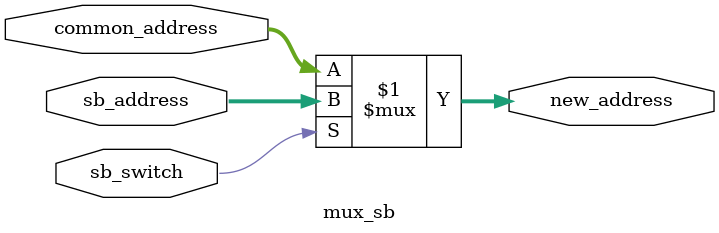
<source format=v>
`timescale 1ns / 1ps
module mux_sb(
    input [31:0] sb_address,
    input [31:0] common_address,
    input sb_switch,
    output [31:0] new_address
    );
	 assign new_address = (sb_switch)? sb_address:common_address;

endmodule

</source>
